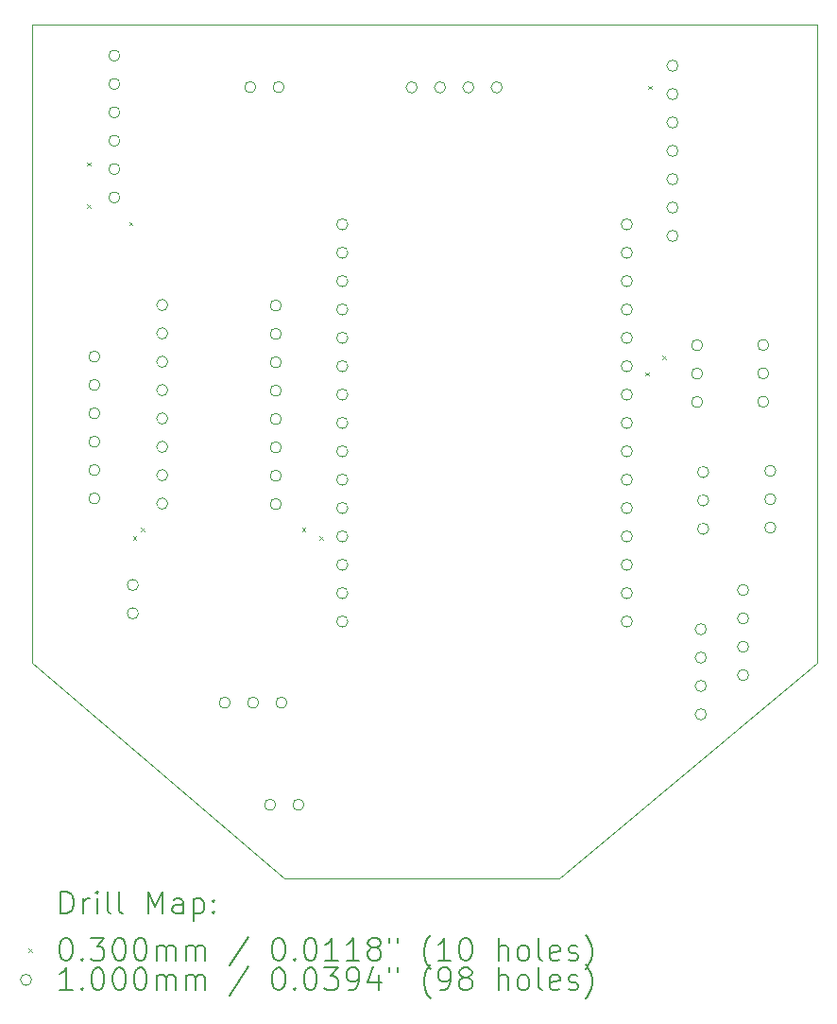
<source format=gbr>
%TF.GenerationSoftware,KiCad,Pcbnew,8.0.6*%
%TF.CreationDate,2025-01-23T10:33:56+01:00*%
%TF.ProjectId,Pcb pami 2025,50636220-7061-46d6-9920-323032352e6b,rev?*%
%TF.SameCoordinates,Original*%
%TF.FileFunction,Drillmap*%
%TF.FilePolarity,Positive*%
%FSLAX45Y45*%
G04 Gerber Fmt 4.5, Leading zero omitted, Abs format (unit mm)*
G04 Created by KiCad (PCBNEW 8.0.6) date 2025-01-23 10:33:56*
%MOMM*%
%LPD*%
G01*
G04 APERTURE LIST*
%ADD10C,0.050000*%
%ADD11C,0.200000*%
%ADD12C,0.100000*%
G04 APERTURE END LIST*
D10*
X14017000Y-8149600D02*
X11705600Y-10080000D01*
X9241800Y-10080000D01*
X6981200Y-8149600D01*
X6981200Y-2434600D01*
X14017000Y-2434600D01*
X14017000Y-8149600D01*
D11*
D12*
X7474200Y-3669000D02*
X7504200Y-3699000D01*
X7504200Y-3669000D02*
X7474200Y-3699000D01*
X7474200Y-4045200D02*
X7504200Y-4075200D01*
X7504200Y-4045200D02*
X7474200Y-4075200D01*
X7854000Y-4202000D02*
X7884000Y-4232000D01*
X7884000Y-4202000D02*
X7854000Y-4232000D01*
X7886000Y-7017000D02*
X7916000Y-7047000D01*
X7916000Y-7017000D02*
X7886000Y-7047000D01*
X7958000Y-6940800D02*
X7988000Y-6970800D01*
X7988000Y-6940800D02*
X7958000Y-6970800D01*
X9403000Y-6940800D02*
X9433000Y-6970800D01*
X9433000Y-6940800D02*
X9403000Y-6970800D01*
X9557000Y-7017000D02*
X9587000Y-7047000D01*
X9587000Y-7017000D02*
X9557000Y-7047000D01*
X12480160Y-5548160D02*
X12510160Y-5578160D01*
X12510160Y-5548160D02*
X12480160Y-5578160D01*
X12507000Y-2982000D02*
X12537000Y-3012000D01*
X12537000Y-2982000D02*
X12507000Y-3012000D01*
X12630160Y-5398160D02*
X12660160Y-5428160D01*
X12660160Y-5398160D02*
X12630160Y-5428160D01*
X7590000Y-5406400D02*
G75*
G02*
X7490000Y-5406400I-50000J0D01*
G01*
X7490000Y-5406400D02*
G75*
G02*
X7590000Y-5406400I50000J0D01*
G01*
X7590000Y-5660400D02*
G75*
G02*
X7490000Y-5660400I-50000J0D01*
G01*
X7490000Y-5660400D02*
G75*
G02*
X7590000Y-5660400I50000J0D01*
G01*
X7590000Y-5914400D02*
G75*
G02*
X7490000Y-5914400I-50000J0D01*
G01*
X7490000Y-5914400D02*
G75*
G02*
X7590000Y-5914400I50000J0D01*
G01*
X7590000Y-6168400D02*
G75*
G02*
X7490000Y-6168400I-50000J0D01*
G01*
X7490000Y-6168400D02*
G75*
G02*
X7590000Y-6168400I50000J0D01*
G01*
X7590000Y-6422400D02*
G75*
G02*
X7490000Y-6422400I-50000J0D01*
G01*
X7490000Y-6422400D02*
G75*
G02*
X7590000Y-6422400I50000J0D01*
G01*
X7590000Y-6676400D02*
G75*
G02*
X7490000Y-6676400I-50000J0D01*
G01*
X7490000Y-6676400D02*
G75*
G02*
X7590000Y-6676400I50000J0D01*
G01*
X7770000Y-2711000D02*
G75*
G02*
X7670000Y-2711000I-50000J0D01*
G01*
X7670000Y-2711000D02*
G75*
G02*
X7770000Y-2711000I50000J0D01*
G01*
X7770000Y-2965000D02*
G75*
G02*
X7670000Y-2965000I-50000J0D01*
G01*
X7670000Y-2965000D02*
G75*
G02*
X7770000Y-2965000I50000J0D01*
G01*
X7770000Y-3219000D02*
G75*
G02*
X7670000Y-3219000I-50000J0D01*
G01*
X7670000Y-3219000D02*
G75*
G02*
X7770000Y-3219000I50000J0D01*
G01*
X7770000Y-3473000D02*
G75*
G02*
X7670000Y-3473000I-50000J0D01*
G01*
X7670000Y-3473000D02*
G75*
G02*
X7770000Y-3473000I50000J0D01*
G01*
X7770000Y-3727000D02*
G75*
G02*
X7670000Y-3727000I-50000J0D01*
G01*
X7670000Y-3727000D02*
G75*
G02*
X7770000Y-3727000I50000J0D01*
G01*
X7770000Y-3981000D02*
G75*
G02*
X7670000Y-3981000I-50000J0D01*
G01*
X7670000Y-3981000D02*
G75*
G02*
X7770000Y-3981000I50000J0D01*
G01*
X7935000Y-7450500D02*
G75*
G02*
X7835000Y-7450500I-50000J0D01*
G01*
X7835000Y-7450500D02*
G75*
G02*
X7935000Y-7450500I50000J0D01*
G01*
X7935000Y-7704500D02*
G75*
G02*
X7835000Y-7704500I-50000J0D01*
G01*
X7835000Y-7704500D02*
G75*
G02*
X7935000Y-7704500I50000J0D01*
G01*
X8198600Y-4944200D02*
G75*
G02*
X8098600Y-4944200I-50000J0D01*
G01*
X8098600Y-4944200D02*
G75*
G02*
X8198600Y-4944200I50000J0D01*
G01*
X8198600Y-5198200D02*
G75*
G02*
X8098600Y-5198200I-50000J0D01*
G01*
X8098600Y-5198200D02*
G75*
G02*
X8198600Y-5198200I50000J0D01*
G01*
X8198600Y-5452200D02*
G75*
G02*
X8098600Y-5452200I-50000J0D01*
G01*
X8098600Y-5452200D02*
G75*
G02*
X8198600Y-5452200I50000J0D01*
G01*
X8198600Y-5706200D02*
G75*
G02*
X8098600Y-5706200I-50000J0D01*
G01*
X8098600Y-5706200D02*
G75*
G02*
X8198600Y-5706200I50000J0D01*
G01*
X8198600Y-5960200D02*
G75*
G02*
X8098600Y-5960200I-50000J0D01*
G01*
X8098600Y-5960200D02*
G75*
G02*
X8198600Y-5960200I50000J0D01*
G01*
X8198600Y-6214200D02*
G75*
G02*
X8098600Y-6214200I-50000J0D01*
G01*
X8098600Y-6214200D02*
G75*
G02*
X8198600Y-6214200I50000J0D01*
G01*
X8198600Y-6468200D02*
G75*
G02*
X8098600Y-6468200I-50000J0D01*
G01*
X8098600Y-6468200D02*
G75*
G02*
X8198600Y-6468200I50000J0D01*
G01*
X8198600Y-6722200D02*
G75*
G02*
X8098600Y-6722200I-50000J0D01*
G01*
X8098600Y-6722200D02*
G75*
G02*
X8198600Y-6722200I50000J0D01*
G01*
X8758400Y-8505200D02*
G75*
G02*
X8658400Y-8505200I-50000J0D01*
G01*
X8658400Y-8505200D02*
G75*
G02*
X8758400Y-8505200I50000J0D01*
G01*
X8987500Y-2993400D02*
G75*
G02*
X8887500Y-2993400I-50000J0D01*
G01*
X8887500Y-2993400D02*
G75*
G02*
X8987500Y-2993400I50000J0D01*
G01*
X9012400Y-8505200D02*
G75*
G02*
X8912400Y-8505200I-50000J0D01*
G01*
X8912400Y-8505200D02*
G75*
G02*
X9012400Y-8505200I50000J0D01*
G01*
X9164800Y-9419600D02*
G75*
G02*
X9064800Y-9419600I-50000J0D01*
G01*
X9064800Y-9419600D02*
G75*
G02*
X9164800Y-9419600I50000J0D01*
G01*
X9216600Y-4949200D02*
G75*
G02*
X9116600Y-4949200I-50000J0D01*
G01*
X9116600Y-4949200D02*
G75*
G02*
X9216600Y-4949200I50000J0D01*
G01*
X9216600Y-5203200D02*
G75*
G02*
X9116600Y-5203200I-50000J0D01*
G01*
X9116600Y-5203200D02*
G75*
G02*
X9216600Y-5203200I50000J0D01*
G01*
X9216600Y-5457200D02*
G75*
G02*
X9116600Y-5457200I-50000J0D01*
G01*
X9116600Y-5457200D02*
G75*
G02*
X9216600Y-5457200I50000J0D01*
G01*
X9216600Y-5711200D02*
G75*
G02*
X9116600Y-5711200I-50000J0D01*
G01*
X9116600Y-5711200D02*
G75*
G02*
X9216600Y-5711200I50000J0D01*
G01*
X9216600Y-5965200D02*
G75*
G02*
X9116600Y-5965200I-50000J0D01*
G01*
X9116600Y-5965200D02*
G75*
G02*
X9216600Y-5965200I50000J0D01*
G01*
X9216600Y-6219200D02*
G75*
G02*
X9116600Y-6219200I-50000J0D01*
G01*
X9116600Y-6219200D02*
G75*
G02*
X9216600Y-6219200I50000J0D01*
G01*
X9216600Y-6473200D02*
G75*
G02*
X9116600Y-6473200I-50000J0D01*
G01*
X9116600Y-6473200D02*
G75*
G02*
X9216600Y-6473200I50000J0D01*
G01*
X9216600Y-6727200D02*
G75*
G02*
X9116600Y-6727200I-50000J0D01*
G01*
X9116600Y-6727200D02*
G75*
G02*
X9216600Y-6727200I50000J0D01*
G01*
X9241500Y-2993400D02*
G75*
G02*
X9141500Y-2993400I-50000J0D01*
G01*
X9141500Y-2993400D02*
G75*
G02*
X9241500Y-2993400I50000J0D01*
G01*
X9266400Y-8505200D02*
G75*
G02*
X9166400Y-8505200I-50000J0D01*
G01*
X9166400Y-8505200D02*
G75*
G02*
X9266400Y-8505200I50000J0D01*
G01*
X9418800Y-9419600D02*
G75*
G02*
X9318800Y-9419600I-50000J0D01*
G01*
X9318800Y-9419600D02*
G75*
G02*
X9418800Y-9419600I50000J0D01*
G01*
X9812200Y-4222120D02*
G75*
G02*
X9712200Y-4222120I-50000J0D01*
G01*
X9712200Y-4222120D02*
G75*
G02*
X9812200Y-4222120I50000J0D01*
G01*
X9812200Y-4476120D02*
G75*
G02*
X9712200Y-4476120I-50000J0D01*
G01*
X9712200Y-4476120D02*
G75*
G02*
X9812200Y-4476120I50000J0D01*
G01*
X9812200Y-4730120D02*
G75*
G02*
X9712200Y-4730120I-50000J0D01*
G01*
X9712200Y-4730120D02*
G75*
G02*
X9812200Y-4730120I50000J0D01*
G01*
X9812200Y-4984120D02*
G75*
G02*
X9712200Y-4984120I-50000J0D01*
G01*
X9712200Y-4984120D02*
G75*
G02*
X9812200Y-4984120I50000J0D01*
G01*
X9812200Y-5238120D02*
G75*
G02*
X9712200Y-5238120I-50000J0D01*
G01*
X9712200Y-5238120D02*
G75*
G02*
X9812200Y-5238120I50000J0D01*
G01*
X9812200Y-5492120D02*
G75*
G02*
X9712200Y-5492120I-50000J0D01*
G01*
X9712200Y-5492120D02*
G75*
G02*
X9812200Y-5492120I50000J0D01*
G01*
X9812200Y-5746120D02*
G75*
G02*
X9712200Y-5746120I-50000J0D01*
G01*
X9712200Y-5746120D02*
G75*
G02*
X9812200Y-5746120I50000J0D01*
G01*
X9812200Y-6000120D02*
G75*
G02*
X9712200Y-6000120I-50000J0D01*
G01*
X9712200Y-6000120D02*
G75*
G02*
X9812200Y-6000120I50000J0D01*
G01*
X9812200Y-6254120D02*
G75*
G02*
X9712200Y-6254120I-50000J0D01*
G01*
X9712200Y-6254120D02*
G75*
G02*
X9812200Y-6254120I50000J0D01*
G01*
X9812200Y-6508120D02*
G75*
G02*
X9712200Y-6508120I-50000J0D01*
G01*
X9712200Y-6508120D02*
G75*
G02*
X9812200Y-6508120I50000J0D01*
G01*
X9812200Y-6762120D02*
G75*
G02*
X9712200Y-6762120I-50000J0D01*
G01*
X9712200Y-6762120D02*
G75*
G02*
X9812200Y-6762120I50000J0D01*
G01*
X9812200Y-7016120D02*
G75*
G02*
X9712200Y-7016120I-50000J0D01*
G01*
X9712200Y-7016120D02*
G75*
G02*
X9812200Y-7016120I50000J0D01*
G01*
X9812200Y-7270120D02*
G75*
G02*
X9712200Y-7270120I-50000J0D01*
G01*
X9712200Y-7270120D02*
G75*
G02*
X9812200Y-7270120I50000J0D01*
G01*
X9812200Y-7524120D02*
G75*
G02*
X9712200Y-7524120I-50000J0D01*
G01*
X9712200Y-7524120D02*
G75*
G02*
X9812200Y-7524120I50000J0D01*
G01*
X9812200Y-7778120D02*
G75*
G02*
X9712200Y-7778120I-50000J0D01*
G01*
X9712200Y-7778120D02*
G75*
G02*
X9812200Y-7778120I50000J0D01*
G01*
X10435000Y-2995000D02*
G75*
G02*
X10335000Y-2995000I-50000J0D01*
G01*
X10335000Y-2995000D02*
G75*
G02*
X10435000Y-2995000I50000J0D01*
G01*
X10689000Y-2995000D02*
G75*
G02*
X10589000Y-2995000I-50000J0D01*
G01*
X10589000Y-2995000D02*
G75*
G02*
X10689000Y-2995000I50000J0D01*
G01*
X10943000Y-2995000D02*
G75*
G02*
X10843000Y-2995000I-50000J0D01*
G01*
X10843000Y-2995000D02*
G75*
G02*
X10943000Y-2995000I50000J0D01*
G01*
X11197000Y-2995000D02*
G75*
G02*
X11097000Y-2995000I-50000J0D01*
G01*
X11097000Y-2995000D02*
G75*
G02*
X11197000Y-2995000I50000J0D01*
G01*
X12362200Y-4222120D02*
G75*
G02*
X12262200Y-4222120I-50000J0D01*
G01*
X12262200Y-4222120D02*
G75*
G02*
X12362200Y-4222120I50000J0D01*
G01*
X12362200Y-4476120D02*
G75*
G02*
X12262200Y-4476120I-50000J0D01*
G01*
X12262200Y-4476120D02*
G75*
G02*
X12362200Y-4476120I50000J0D01*
G01*
X12362200Y-4730120D02*
G75*
G02*
X12262200Y-4730120I-50000J0D01*
G01*
X12262200Y-4730120D02*
G75*
G02*
X12362200Y-4730120I50000J0D01*
G01*
X12362200Y-4984120D02*
G75*
G02*
X12262200Y-4984120I-50000J0D01*
G01*
X12262200Y-4984120D02*
G75*
G02*
X12362200Y-4984120I50000J0D01*
G01*
X12362200Y-5238120D02*
G75*
G02*
X12262200Y-5238120I-50000J0D01*
G01*
X12262200Y-5238120D02*
G75*
G02*
X12362200Y-5238120I50000J0D01*
G01*
X12362200Y-5492120D02*
G75*
G02*
X12262200Y-5492120I-50000J0D01*
G01*
X12262200Y-5492120D02*
G75*
G02*
X12362200Y-5492120I50000J0D01*
G01*
X12362200Y-5746120D02*
G75*
G02*
X12262200Y-5746120I-50000J0D01*
G01*
X12262200Y-5746120D02*
G75*
G02*
X12362200Y-5746120I50000J0D01*
G01*
X12362200Y-6000120D02*
G75*
G02*
X12262200Y-6000120I-50000J0D01*
G01*
X12262200Y-6000120D02*
G75*
G02*
X12362200Y-6000120I50000J0D01*
G01*
X12362200Y-6254120D02*
G75*
G02*
X12262200Y-6254120I-50000J0D01*
G01*
X12262200Y-6254120D02*
G75*
G02*
X12362200Y-6254120I50000J0D01*
G01*
X12362200Y-6508120D02*
G75*
G02*
X12262200Y-6508120I-50000J0D01*
G01*
X12262200Y-6508120D02*
G75*
G02*
X12362200Y-6508120I50000J0D01*
G01*
X12362200Y-6762120D02*
G75*
G02*
X12262200Y-6762120I-50000J0D01*
G01*
X12262200Y-6762120D02*
G75*
G02*
X12362200Y-6762120I50000J0D01*
G01*
X12362200Y-7016120D02*
G75*
G02*
X12262200Y-7016120I-50000J0D01*
G01*
X12262200Y-7016120D02*
G75*
G02*
X12362200Y-7016120I50000J0D01*
G01*
X12362200Y-7270120D02*
G75*
G02*
X12262200Y-7270120I-50000J0D01*
G01*
X12262200Y-7270120D02*
G75*
G02*
X12362200Y-7270120I50000J0D01*
G01*
X12362200Y-7524120D02*
G75*
G02*
X12262200Y-7524120I-50000J0D01*
G01*
X12262200Y-7524120D02*
G75*
G02*
X12362200Y-7524120I50000J0D01*
G01*
X12362200Y-7778120D02*
G75*
G02*
X12262200Y-7778120I-50000J0D01*
G01*
X12262200Y-7778120D02*
G75*
G02*
X12362200Y-7778120I50000J0D01*
G01*
X12772000Y-2801000D02*
G75*
G02*
X12672000Y-2801000I-50000J0D01*
G01*
X12672000Y-2801000D02*
G75*
G02*
X12772000Y-2801000I50000J0D01*
G01*
X12772000Y-3055000D02*
G75*
G02*
X12672000Y-3055000I-50000J0D01*
G01*
X12672000Y-3055000D02*
G75*
G02*
X12772000Y-3055000I50000J0D01*
G01*
X12772000Y-3309000D02*
G75*
G02*
X12672000Y-3309000I-50000J0D01*
G01*
X12672000Y-3309000D02*
G75*
G02*
X12772000Y-3309000I50000J0D01*
G01*
X12772000Y-3563000D02*
G75*
G02*
X12672000Y-3563000I-50000J0D01*
G01*
X12672000Y-3563000D02*
G75*
G02*
X12772000Y-3563000I50000J0D01*
G01*
X12772000Y-3817000D02*
G75*
G02*
X12672000Y-3817000I-50000J0D01*
G01*
X12672000Y-3817000D02*
G75*
G02*
X12772000Y-3817000I50000J0D01*
G01*
X12772000Y-4071000D02*
G75*
G02*
X12672000Y-4071000I-50000J0D01*
G01*
X12672000Y-4071000D02*
G75*
G02*
X12772000Y-4071000I50000J0D01*
G01*
X12772000Y-4325000D02*
G75*
G02*
X12672000Y-4325000I-50000J0D01*
G01*
X12672000Y-4325000D02*
G75*
G02*
X12772000Y-4325000I50000J0D01*
G01*
X12992000Y-5305000D02*
G75*
G02*
X12892000Y-5305000I-50000J0D01*
G01*
X12892000Y-5305000D02*
G75*
G02*
X12992000Y-5305000I50000J0D01*
G01*
X12992000Y-5559000D02*
G75*
G02*
X12892000Y-5559000I-50000J0D01*
G01*
X12892000Y-5559000D02*
G75*
G02*
X12992000Y-5559000I50000J0D01*
G01*
X12992000Y-5813000D02*
G75*
G02*
X12892000Y-5813000I-50000J0D01*
G01*
X12892000Y-5813000D02*
G75*
G02*
X12992000Y-5813000I50000J0D01*
G01*
X13026000Y-7847000D02*
G75*
G02*
X12926000Y-7847000I-50000J0D01*
G01*
X12926000Y-7847000D02*
G75*
G02*
X13026000Y-7847000I50000J0D01*
G01*
X13026000Y-8101000D02*
G75*
G02*
X12926000Y-8101000I-50000J0D01*
G01*
X12926000Y-8101000D02*
G75*
G02*
X13026000Y-8101000I50000J0D01*
G01*
X13026000Y-8355000D02*
G75*
G02*
X12926000Y-8355000I-50000J0D01*
G01*
X12926000Y-8355000D02*
G75*
G02*
X13026000Y-8355000I50000J0D01*
G01*
X13026000Y-8609000D02*
G75*
G02*
X12926000Y-8609000I-50000J0D01*
G01*
X12926000Y-8609000D02*
G75*
G02*
X13026000Y-8609000I50000J0D01*
G01*
X13047000Y-6440000D02*
G75*
G02*
X12947000Y-6440000I-50000J0D01*
G01*
X12947000Y-6440000D02*
G75*
G02*
X13047000Y-6440000I50000J0D01*
G01*
X13047000Y-6694000D02*
G75*
G02*
X12947000Y-6694000I-50000J0D01*
G01*
X12947000Y-6694000D02*
G75*
G02*
X13047000Y-6694000I50000J0D01*
G01*
X13047000Y-6948000D02*
G75*
G02*
X12947000Y-6948000I-50000J0D01*
G01*
X12947000Y-6948000D02*
G75*
G02*
X13047000Y-6948000I50000J0D01*
G01*
X13405000Y-7497000D02*
G75*
G02*
X13305000Y-7497000I-50000J0D01*
G01*
X13305000Y-7497000D02*
G75*
G02*
X13405000Y-7497000I50000J0D01*
G01*
X13405000Y-7751000D02*
G75*
G02*
X13305000Y-7751000I-50000J0D01*
G01*
X13305000Y-7751000D02*
G75*
G02*
X13405000Y-7751000I50000J0D01*
G01*
X13405000Y-8005000D02*
G75*
G02*
X13305000Y-8005000I-50000J0D01*
G01*
X13305000Y-8005000D02*
G75*
G02*
X13405000Y-8005000I50000J0D01*
G01*
X13405000Y-8259000D02*
G75*
G02*
X13305000Y-8259000I-50000J0D01*
G01*
X13305000Y-8259000D02*
G75*
G02*
X13405000Y-8259000I50000J0D01*
G01*
X13585000Y-5302000D02*
G75*
G02*
X13485000Y-5302000I-50000J0D01*
G01*
X13485000Y-5302000D02*
G75*
G02*
X13585000Y-5302000I50000J0D01*
G01*
X13585000Y-5556000D02*
G75*
G02*
X13485000Y-5556000I-50000J0D01*
G01*
X13485000Y-5556000D02*
G75*
G02*
X13585000Y-5556000I50000J0D01*
G01*
X13585000Y-5810000D02*
G75*
G02*
X13485000Y-5810000I-50000J0D01*
G01*
X13485000Y-5810000D02*
G75*
G02*
X13585000Y-5810000I50000J0D01*
G01*
X13648000Y-6429000D02*
G75*
G02*
X13548000Y-6429000I-50000J0D01*
G01*
X13548000Y-6429000D02*
G75*
G02*
X13648000Y-6429000I50000J0D01*
G01*
X13648000Y-6683000D02*
G75*
G02*
X13548000Y-6683000I-50000J0D01*
G01*
X13548000Y-6683000D02*
G75*
G02*
X13648000Y-6683000I50000J0D01*
G01*
X13648000Y-6937000D02*
G75*
G02*
X13548000Y-6937000I-50000J0D01*
G01*
X13548000Y-6937000D02*
G75*
G02*
X13648000Y-6937000I50000J0D01*
G01*
D11*
X7239477Y-10393984D02*
X7239477Y-10193984D01*
X7239477Y-10193984D02*
X7287096Y-10193984D01*
X7287096Y-10193984D02*
X7315667Y-10203508D01*
X7315667Y-10203508D02*
X7334715Y-10222555D01*
X7334715Y-10222555D02*
X7344239Y-10241603D01*
X7344239Y-10241603D02*
X7353762Y-10279698D01*
X7353762Y-10279698D02*
X7353762Y-10308270D01*
X7353762Y-10308270D02*
X7344239Y-10346365D01*
X7344239Y-10346365D02*
X7334715Y-10365412D01*
X7334715Y-10365412D02*
X7315667Y-10384460D01*
X7315667Y-10384460D02*
X7287096Y-10393984D01*
X7287096Y-10393984D02*
X7239477Y-10393984D01*
X7439477Y-10393984D02*
X7439477Y-10260650D01*
X7439477Y-10298746D02*
X7449001Y-10279698D01*
X7449001Y-10279698D02*
X7458524Y-10270174D01*
X7458524Y-10270174D02*
X7477572Y-10260650D01*
X7477572Y-10260650D02*
X7496620Y-10260650D01*
X7563286Y-10393984D02*
X7563286Y-10260650D01*
X7563286Y-10193984D02*
X7553762Y-10203508D01*
X7553762Y-10203508D02*
X7563286Y-10213031D01*
X7563286Y-10213031D02*
X7572810Y-10203508D01*
X7572810Y-10203508D02*
X7563286Y-10193984D01*
X7563286Y-10193984D02*
X7563286Y-10213031D01*
X7687096Y-10393984D02*
X7668048Y-10384460D01*
X7668048Y-10384460D02*
X7658524Y-10365412D01*
X7658524Y-10365412D02*
X7658524Y-10193984D01*
X7791858Y-10393984D02*
X7772810Y-10384460D01*
X7772810Y-10384460D02*
X7763286Y-10365412D01*
X7763286Y-10365412D02*
X7763286Y-10193984D01*
X8020429Y-10393984D02*
X8020429Y-10193984D01*
X8020429Y-10193984D02*
X8087096Y-10336841D01*
X8087096Y-10336841D02*
X8153762Y-10193984D01*
X8153762Y-10193984D02*
X8153762Y-10393984D01*
X8334715Y-10393984D02*
X8334715Y-10289222D01*
X8334715Y-10289222D02*
X8325191Y-10270174D01*
X8325191Y-10270174D02*
X8306143Y-10260650D01*
X8306143Y-10260650D02*
X8268048Y-10260650D01*
X8268048Y-10260650D02*
X8249001Y-10270174D01*
X8334715Y-10384460D02*
X8315667Y-10393984D01*
X8315667Y-10393984D02*
X8268048Y-10393984D01*
X8268048Y-10393984D02*
X8249001Y-10384460D01*
X8249001Y-10384460D02*
X8239477Y-10365412D01*
X8239477Y-10365412D02*
X8239477Y-10346365D01*
X8239477Y-10346365D02*
X8249001Y-10327317D01*
X8249001Y-10327317D02*
X8268048Y-10317793D01*
X8268048Y-10317793D02*
X8315667Y-10317793D01*
X8315667Y-10317793D02*
X8334715Y-10308270D01*
X8429953Y-10260650D02*
X8429953Y-10460650D01*
X8429953Y-10270174D02*
X8449001Y-10260650D01*
X8449001Y-10260650D02*
X8487096Y-10260650D01*
X8487096Y-10260650D02*
X8506144Y-10270174D01*
X8506144Y-10270174D02*
X8515667Y-10279698D01*
X8515667Y-10279698D02*
X8525191Y-10298746D01*
X8525191Y-10298746D02*
X8525191Y-10355889D01*
X8525191Y-10355889D02*
X8515667Y-10374936D01*
X8515667Y-10374936D02*
X8506144Y-10384460D01*
X8506144Y-10384460D02*
X8487096Y-10393984D01*
X8487096Y-10393984D02*
X8449001Y-10393984D01*
X8449001Y-10393984D02*
X8429953Y-10384460D01*
X8610905Y-10374936D02*
X8620429Y-10384460D01*
X8620429Y-10384460D02*
X8610905Y-10393984D01*
X8610905Y-10393984D02*
X8601382Y-10384460D01*
X8601382Y-10384460D02*
X8610905Y-10374936D01*
X8610905Y-10374936D02*
X8610905Y-10393984D01*
X8610905Y-10270174D02*
X8620429Y-10279698D01*
X8620429Y-10279698D02*
X8610905Y-10289222D01*
X8610905Y-10289222D02*
X8601382Y-10279698D01*
X8601382Y-10279698D02*
X8610905Y-10270174D01*
X8610905Y-10270174D02*
X8610905Y-10289222D01*
D12*
X6948700Y-10707500D02*
X6978700Y-10737500D01*
X6978700Y-10707500D02*
X6948700Y-10737500D01*
D11*
X7277572Y-10613984D02*
X7296620Y-10613984D01*
X7296620Y-10613984D02*
X7315667Y-10623508D01*
X7315667Y-10623508D02*
X7325191Y-10633031D01*
X7325191Y-10633031D02*
X7334715Y-10652079D01*
X7334715Y-10652079D02*
X7344239Y-10690174D01*
X7344239Y-10690174D02*
X7344239Y-10737793D01*
X7344239Y-10737793D02*
X7334715Y-10775889D01*
X7334715Y-10775889D02*
X7325191Y-10794936D01*
X7325191Y-10794936D02*
X7315667Y-10804460D01*
X7315667Y-10804460D02*
X7296620Y-10813984D01*
X7296620Y-10813984D02*
X7277572Y-10813984D01*
X7277572Y-10813984D02*
X7258524Y-10804460D01*
X7258524Y-10804460D02*
X7249001Y-10794936D01*
X7249001Y-10794936D02*
X7239477Y-10775889D01*
X7239477Y-10775889D02*
X7229953Y-10737793D01*
X7229953Y-10737793D02*
X7229953Y-10690174D01*
X7229953Y-10690174D02*
X7239477Y-10652079D01*
X7239477Y-10652079D02*
X7249001Y-10633031D01*
X7249001Y-10633031D02*
X7258524Y-10623508D01*
X7258524Y-10623508D02*
X7277572Y-10613984D01*
X7429953Y-10794936D02*
X7439477Y-10804460D01*
X7439477Y-10804460D02*
X7429953Y-10813984D01*
X7429953Y-10813984D02*
X7420429Y-10804460D01*
X7420429Y-10804460D02*
X7429953Y-10794936D01*
X7429953Y-10794936D02*
X7429953Y-10813984D01*
X7506143Y-10613984D02*
X7629953Y-10613984D01*
X7629953Y-10613984D02*
X7563286Y-10690174D01*
X7563286Y-10690174D02*
X7591858Y-10690174D01*
X7591858Y-10690174D02*
X7610905Y-10699698D01*
X7610905Y-10699698D02*
X7620429Y-10709222D01*
X7620429Y-10709222D02*
X7629953Y-10728270D01*
X7629953Y-10728270D02*
X7629953Y-10775889D01*
X7629953Y-10775889D02*
X7620429Y-10794936D01*
X7620429Y-10794936D02*
X7610905Y-10804460D01*
X7610905Y-10804460D02*
X7591858Y-10813984D01*
X7591858Y-10813984D02*
X7534715Y-10813984D01*
X7534715Y-10813984D02*
X7515667Y-10804460D01*
X7515667Y-10804460D02*
X7506143Y-10794936D01*
X7753762Y-10613984D02*
X7772810Y-10613984D01*
X7772810Y-10613984D02*
X7791858Y-10623508D01*
X7791858Y-10623508D02*
X7801382Y-10633031D01*
X7801382Y-10633031D02*
X7810905Y-10652079D01*
X7810905Y-10652079D02*
X7820429Y-10690174D01*
X7820429Y-10690174D02*
X7820429Y-10737793D01*
X7820429Y-10737793D02*
X7810905Y-10775889D01*
X7810905Y-10775889D02*
X7801382Y-10794936D01*
X7801382Y-10794936D02*
X7791858Y-10804460D01*
X7791858Y-10804460D02*
X7772810Y-10813984D01*
X7772810Y-10813984D02*
X7753762Y-10813984D01*
X7753762Y-10813984D02*
X7734715Y-10804460D01*
X7734715Y-10804460D02*
X7725191Y-10794936D01*
X7725191Y-10794936D02*
X7715667Y-10775889D01*
X7715667Y-10775889D02*
X7706143Y-10737793D01*
X7706143Y-10737793D02*
X7706143Y-10690174D01*
X7706143Y-10690174D02*
X7715667Y-10652079D01*
X7715667Y-10652079D02*
X7725191Y-10633031D01*
X7725191Y-10633031D02*
X7734715Y-10623508D01*
X7734715Y-10623508D02*
X7753762Y-10613984D01*
X7944239Y-10613984D02*
X7963286Y-10613984D01*
X7963286Y-10613984D02*
X7982334Y-10623508D01*
X7982334Y-10623508D02*
X7991858Y-10633031D01*
X7991858Y-10633031D02*
X8001382Y-10652079D01*
X8001382Y-10652079D02*
X8010905Y-10690174D01*
X8010905Y-10690174D02*
X8010905Y-10737793D01*
X8010905Y-10737793D02*
X8001382Y-10775889D01*
X8001382Y-10775889D02*
X7991858Y-10794936D01*
X7991858Y-10794936D02*
X7982334Y-10804460D01*
X7982334Y-10804460D02*
X7963286Y-10813984D01*
X7963286Y-10813984D02*
X7944239Y-10813984D01*
X7944239Y-10813984D02*
X7925191Y-10804460D01*
X7925191Y-10804460D02*
X7915667Y-10794936D01*
X7915667Y-10794936D02*
X7906143Y-10775889D01*
X7906143Y-10775889D02*
X7896620Y-10737793D01*
X7896620Y-10737793D02*
X7896620Y-10690174D01*
X7896620Y-10690174D02*
X7906143Y-10652079D01*
X7906143Y-10652079D02*
X7915667Y-10633031D01*
X7915667Y-10633031D02*
X7925191Y-10623508D01*
X7925191Y-10623508D02*
X7944239Y-10613984D01*
X8096620Y-10813984D02*
X8096620Y-10680650D01*
X8096620Y-10699698D02*
X8106143Y-10690174D01*
X8106143Y-10690174D02*
X8125191Y-10680650D01*
X8125191Y-10680650D02*
X8153763Y-10680650D01*
X8153763Y-10680650D02*
X8172810Y-10690174D01*
X8172810Y-10690174D02*
X8182334Y-10709222D01*
X8182334Y-10709222D02*
X8182334Y-10813984D01*
X8182334Y-10709222D02*
X8191858Y-10690174D01*
X8191858Y-10690174D02*
X8210905Y-10680650D01*
X8210905Y-10680650D02*
X8239477Y-10680650D01*
X8239477Y-10680650D02*
X8258524Y-10690174D01*
X8258524Y-10690174D02*
X8268048Y-10709222D01*
X8268048Y-10709222D02*
X8268048Y-10813984D01*
X8363286Y-10813984D02*
X8363286Y-10680650D01*
X8363286Y-10699698D02*
X8372810Y-10690174D01*
X8372810Y-10690174D02*
X8391858Y-10680650D01*
X8391858Y-10680650D02*
X8420429Y-10680650D01*
X8420429Y-10680650D02*
X8439477Y-10690174D01*
X8439477Y-10690174D02*
X8449001Y-10709222D01*
X8449001Y-10709222D02*
X8449001Y-10813984D01*
X8449001Y-10709222D02*
X8458525Y-10690174D01*
X8458525Y-10690174D02*
X8477572Y-10680650D01*
X8477572Y-10680650D02*
X8506144Y-10680650D01*
X8506144Y-10680650D02*
X8525191Y-10690174D01*
X8525191Y-10690174D02*
X8534715Y-10709222D01*
X8534715Y-10709222D02*
X8534715Y-10813984D01*
X8925191Y-10604460D02*
X8753763Y-10861603D01*
X9182334Y-10613984D02*
X9201382Y-10613984D01*
X9201382Y-10613984D02*
X9220429Y-10623508D01*
X9220429Y-10623508D02*
X9229953Y-10633031D01*
X9229953Y-10633031D02*
X9239477Y-10652079D01*
X9239477Y-10652079D02*
X9249001Y-10690174D01*
X9249001Y-10690174D02*
X9249001Y-10737793D01*
X9249001Y-10737793D02*
X9239477Y-10775889D01*
X9239477Y-10775889D02*
X9229953Y-10794936D01*
X9229953Y-10794936D02*
X9220429Y-10804460D01*
X9220429Y-10804460D02*
X9201382Y-10813984D01*
X9201382Y-10813984D02*
X9182334Y-10813984D01*
X9182334Y-10813984D02*
X9163287Y-10804460D01*
X9163287Y-10804460D02*
X9153763Y-10794936D01*
X9153763Y-10794936D02*
X9144239Y-10775889D01*
X9144239Y-10775889D02*
X9134715Y-10737793D01*
X9134715Y-10737793D02*
X9134715Y-10690174D01*
X9134715Y-10690174D02*
X9144239Y-10652079D01*
X9144239Y-10652079D02*
X9153763Y-10633031D01*
X9153763Y-10633031D02*
X9163287Y-10623508D01*
X9163287Y-10623508D02*
X9182334Y-10613984D01*
X9334715Y-10794936D02*
X9344239Y-10804460D01*
X9344239Y-10804460D02*
X9334715Y-10813984D01*
X9334715Y-10813984D02*
X9325191Y-10804460D01*
X9325191Y-10804460D02*
X9334715Y-10794936D01*
X9334715Y-10794936D02*
X9334715Y-10813984D01*
X9468048Y-10613984D02*
X9487096Y-10613984D01*
X9487096Y-10613984D02*
X9506144Y-10623508D01*
X9506144Y-10623508D02*
X9515668Y-10633031D01*
X9515668Y-10633031D02*
X9525191Y-10652079D01*
X9525191Y-10652079D02*
X9534715Y-10690174D01*
X9534715Y-10690174D02*
X9534715Y-10737793D01*
X9534715Y-10737793D02*
X9525191Y-10775889D01*
X9525191Y-10775889D02*
X9515668Y-10794936D01*
X9515668Y-10794936D02*
X9506144Y-10804460D01*
X9506144Y-10804460D02*
X9487096Y-10813984D01*
X9487096Y-10813984D02*
X9468048Y-10813984D01*
X9468048Y-10813984D02*
X9449001Y-10804460D01*
X9449001Y-10804460D02*
X9439477Y-10794936D01*
X9439477Y-10794936D02*
X9429953Y-10775889D01*
X9429953Y-10775889D02*
X9420429Y-10737793D01*
X9420429Y-10737793D02*
X9420429Y-10690174D01*
X9420429Y-10690174D02*
X9429953Y-10652079D01*
X9429953Y-10652079D02*
X9439477Y-10633031D01*
X9439477Y-10633031D02*
X9449001Y-10623508D01*
X9449001Y-10623508D02*
X9468048Y-10613984D01*
X9725191Y-10813984D02*
X9610906Y-10813984D01*
X9668048Y-10813984D02*
X9668048Y-10613984D01*
X9668048Y-10613984D02*
X9649001Y-10642555D01*
X9649001Y-10642555D02*
X9629953Y-10661603D01*
X9629953Y-10661603D02*
X9610906Y-10671127D01*
X9915668Y-10813984D02*
X9801382Y-10813984D01*
X9858525Y-10813984D02*
X9858525Y-10613984D01*
X9858525Y-10613984D02*
X9839477Y-10642555D01*
X9839477Y-10642555D02*
X9820429Y-10661603D01*
X9820429Y-10661603D02*
X9801382Y-10671127D01*
X10029953Y-10699698D02*
X10010906Y-10690174D01*
X10010906Y-10690174D02*
X10001382Y-10680650D01*
X10001382Y-10680650D02*
X9991858Y-10661603D01*
X9991858Y-10661603D02*
X9991858Y-10652079D01*
X9991858Y-10652079D02*
X10001382Y-10633031D01*
X10001382Y-10633031D02*
X10010906Y-10623508D01*
X10010906Y-10623508D02*
X10029953Y-10613984D01*
X10029953Y-10613984D02*
X10068049Y-10613984D01*
X10068049Y-10613984D02*
X10087096Y-10623508D01*
X10087096Y-10623508D02*
X10096620Y-10633031D01*
X10096620Y-10633031D02*
X10106144Y-10652079D01*
X10106144Y-10652079D02*
X10106144Y-10661603D01*
X10106144Y-10661603D02*
X10096620Y-10680650D01*
X10096620Y-10680650D02*
X10087096Y-10690174D01*
X10087096Y-10690174D02*
X10068049Y-10699698D01*
X10068049Y-10699698D02*
X10029953Y-10699698D01*
X10029953Y-10699698D02*
X10010906Y-10709222D01*
X10010906Y-10709222D02*
X10001382Y-10718746D01*
X10001382Y-10718746D02*
X9991858Y-10737793D01*
X9991858Y-10737793D02*
X9991858Y-10775889D01*
X9991858Y-10775889D02*
X10001382Y-10794936D01*
X10001382Y-10794936D02*
X10010906Y-10804460D01*
X10010906Y-10804460D02*
X10029953Y-10813984D01*
X10029953Y-10813984D02*
X10068049Y-10813984D01*
X10068049Y-10813984D02*
X10087096Y-10804460D01*
X10087096Y-10804460D02*
X10096620Y-10794936D01*
X10096620Y-10794936D02*
X10106144Y-10775889D01*
X10106144Y-10775889D02*
X10106144Y-10737793D01*
X10106144Y-10737793D02*
X10096620Y-10718746D01*
X10096620Y-10718746D02*
X10087096Y-10709222D01*
X10087096Y-10709222D02*
X10068049Y-10699698D01*
X10182334Y-10613984D02*
X10182334Y-10652079D01*
X10258525Y-10613984D02*
X10258525Y-10652079D01*
X10553763Y-10890174D02*
X10544239Y-10880650D01*
X10544239Y-10880650D02*
X10525191Y-10852079D01*
X10525191Y-10852079D02*
X10515668Y-10833031D01*
X10515668Y-10833031D02*
X10506144Y-10804460D01*
X10506144Y-10804460D02*
X10496620Y-10756841D01*
X10496620Y-10756841D02*
X10496620Y-10718746D01*
X10496620Y-10718746D02*
X10506144Y-10671127D01*
X10506144Y-10671127D02*
X10515668Y-10642555D01*
X10515668Y-10642555D02*
X10525191Y-10623508D01*
X10525191Y-10623508D02*
X10544239Y-10594936D01*
X10544239Y-10594936D02*
X10553763Y-10585412D01*
X10734715Y-10813984D02*
X10620430Y-10813984D01*
X10677572Y-10813984D02*
X10677572Y-10613984D01*
X10677572Y-10613984D02*
X10658525Y-10642555D01*
X10658525Y-10642555D02*
X10639477Y-10661603D01*
X10639477Y-10661603D02*
X10620430Y-10671127D01*
X10858525Y-10613984D02*
X10877572Y-10613984D01*
X10877572Y-10613984D02*
X10896620Y-10623508D01*
X10896620Y-10623508D02*
X10906144Y-10633031D01*
X10906144Y-10633031D02*
X10915668Y-10652079D01*
X10915668Y-10652079D02*
X10925191Y-10690174D01*
X10925191Y-10690174D02*
X10925191Y-10737793D01*
X10925191Y-10737793D02*
X10915668Y-10775889D01*
X10915668Y-10775889D02*
X10906144Y-10794936D01*
X10906144Y-10794936D02*
X10896620Y-10804460D01*
X10896620Y-10804460D02*
X10877572Y-10813984D01*
X10877572Y-10813984D02*
X10858525Y-10813984D01*
X10858525Y-10813984D02*
X10839477Y-10804460D01*
X10839477Y-10804460D02*
X10829953Y-10794936D01*
X10829953Y-10794936D02*
X10820430Y-10775889D01*
X10820430Y-10775889D02*
X10810906Y-10737793D01*
X10810906Y-10737793D02*
X10810906Y-10690174D01*
X10810906Y-10690174D02*
X10820430Y-10652079D01*
X10820430Y-10652079D02*
X10829953Y-10633031D01*
X10829953Y-10633031D02*
X10839477Y-10623508D01*
X10839477Y-10623508D02*
X10858525Y-10613984D01*
X11163287Y-10813984D02*
X11163287Y-10613984D01*
X11249001Y-10813984D02*
X11249001Y-10709222D01*
X11249001Y-10709222D02*
X11239477Y-10690174D01*
X11239477Y-10690174D02*
X11220430Y-10680650D01*
X11220430Y-10680650D02*
X11191858Y-10680650D01*
X11191858Y-10680650D02*
X11172811Y-10690174D01*
X11172811Y-10690174D02*
X11163287Y-10699698D01*
X11372810Y-10813984D02*
X11353763Y-10804460D01*
X11353763Y-10804460D02*
X11344239Y-10794936D01*
X11344239Y-10794936D02*
X11334715Y-10775889D01*
X11334715Y-10775889D02*
X11334715Y-10718746D01*
X11334715Y-10718746D02*
X11344239Y-10699698D01*
X11344239Y-10699698D02*
X11353763Y-10690174D01*
X11353763Y-10690174D02*
X11372810Y-10680650D01*
X11372810Y-10680650D02*
X11401382Y-10680650D01*
X11401382Y-10680650D02*
X11420430Y-10690174D01*
X11420430Y-10690174D02*
X11429953Y-10699698D01*
X11429953Y-10699698D02*
X11439477Y-10718746D01*
X11439477Y-10718746D02*
X11439477Y-10775889D01*
X11439477Y-10775889D02*
X11429953Y-10794936D01*
X11429953Y-10794936D02*
X11420430Y-10804460D01*
X11420430Y-10804460D02*
X11401382Y-10813984D01*
X11401382Y-10813984D02*
X11372810Y-10813984D01*
X11553763Y-10813984D02*
X11534715Y-10804460D01*
X11534715Y-10804460D02*
X11525191Y-10785412D01*
X11525191Y-10785412D02*
X11525191Y-10613984D01*
X11706144Y-10804460D02*
X11687096Y-10813984D01*
X11687096Y-10813984D02*
X11649001Y-10813984D01*
X11649001Y-10813984D02*
X11629953Y-10804460D01*
X11629953Y-10804460D02*
X11620430Y-10785412D01*
X11620430Y-10785412D02*
X11620430Y-10709222D01*
X11620430Y-10709222D02*
X11629953Y-10690174D01*
X11629953Y-10690174D02*
X11649001Y-10680650D01*
X11649001Y-10680650D02*
X11687096Y-10680650D01*
X11687096Y-10680650D02*
X11706144Y-10690174D01*
X11706144Y-10690174D02*
X11715668Y-10709222D01*
X11715668Y-10709222D02*
X11715668Y-10728270D01*
X11715668Y-10728270D02*
X11620430Y-10747317D01*
X11791858Y-10804460D02*
X11810906Y-10813984D01*
X11810906Y-10813984D02*
X11849001Y-10813984D01*
X11849001Y-10813984D02*
X11868049Y-10804460D01*
X11868049Y-10804460D02*
X11877572Y-10785412D01*
X11877572Y-10785412D02*
X11877572Y-10775889D01*
X11877572Y-10775889D02*
X11868049Y-10756841D01*
X11868049Y-10756841D02*
X11849001Y-10747317D01*
X11849001Y-10747317D02*
X11820430Y-10747317D01*
X11820430Y-10747317D02*
X11801382Y-10737793D01*
X11801382Y-10737793D02*
X11791858Y-10718746D01*
X11791858Y-10718746D02*
X11791858Y-10709222D01*
X11791858Y-10709222D02*
X11801382Y-10690174D01*
X11801382Y-10690174D02*
X11820430Y-10680650D01*
X11820430Y-10680650D02*
X11849001Y-10680650D01*
X11849001Y-10680650D02*
X11868049Y-10690174D01*
X11944239Y-10890174D02*
X11953763Y-10880650D01*
X11953763Y-10880650D02*
X11972811Y-10852079D01*
X11972811Y-10852079D02*
X11982334Y-10833031D01*
X11982334Y-10833031D02*
X11991858Y-10804460D01*
X11991858Y-10804460D02*
X12001382Y-10756841D01*
X12001382Y-10756841D02*
X12001382Y-10718746D01*
X12001382Y-10718746D02*
X11991858Y-10671127D01*
X11991858Y-10671127D02*
X11982334Y-10642555D01*
X11982334Y-10642555D02*
X11972811Y-10623508D01*
X11972811Y-10623508D02*
X11953763Y-10594936D01*
X11953763Y-10594936D02*
X11944239Y-10585412D01*
D12*
X6978700Y-10986500D02*
G75*
G02*
X6878700Y-10986500I-50000J0D01*
G01*
X6878700Y-10986500D02*
G75*
G02*
X6978700Y-10986500I50000J0D01*
G01*
D11*
X7344239Y-11077984D02*
X7229953Y-11077984D01*
X7287096Y-11077984D02*
X7287096Y-10877984D01*
X7287096Y-10877984D02*
X7268048Y-10906555D01*
X7268048Y-10906555D02*
X7249001Y-10925603D01*
X7249001Y-10925603D02*
X7229953Y-10935127D01*
X7429953Y-11058936D02*
X7439477Y-11068460D01*
X7439477Y-11068460D02*
X7429953Y-11077984D01*
X7429953Y-11077984D02*
X7420429Y-11068460D01*
X7420429Y-11068460D02*
X7429953Y-11058936D01*
X7429953Y-11058936D02*
X7429953Y-11077984D01*
X7563286Y-10877984D02*
X7582334Y-10877984D01*
X7582334Y-10877984D02*
X7601382Y-10887508D01*
X7601382Y-10887508D02*
X7610905Y-10897031D01*
X7610905Y-10897031D02*
X7620429Y-10916079D01*
X7620429Y-10916079D02*
X7629953Y-10954174D01*
X7629953Y-10954174D02*
X7629953Y-11001793D01*
X7629953Y-11001793D02*
X7620429Y-11039889D01*
X7620429Y-11039889D02*
X7610905Y-11058936D01*
X7610905Y-11058936D02*
X7601382Y-11068460D01*
X7601382Y-11068460D02*
X7582334Y-11077984D01*
X7582334Y-11077984D02*
X7563286Y-11077984D01*
X7563286Y-11077984D02*
X7544239Y-11068460D01*
X7544239Y-11068460D02*
X7534715Y-11058936D01*
X7534715Y-11058936D02*
X7525191Y-11039889D01*
X7525191Y-11039889D02*
X7515667Y-11001793D01*
X7515667Y-11001793D02*
X7515667Y-10954174D01*
X7515667Y-10954174D02*
X7525191Y-10916079D01*
X7525191Y-10916079D02*
X7534715Y-10897031D01*
X7534715Y-10897031D02*
X7544239Y-10887508D01*
X7544239Y-10887508D02*
X7563286Y-10877984D01*
X7753762Y-10877984D02*
X7772810Y-10877984D01*
X7772810Y-10877984D02*
X7791858Y-10887508D01*
X7791858Y-10887508D02*
X7801382Y-10897031D01*
X7801382Y-10897031D02*
X7810905Y-10916079D01*
X7810905Y-10916079D02*
X7820429Y-10954174D01*
X7820429Y-10954174D02*
X7820429Y-11001793D01*
X7820429Y-11001793D02*
X7810905Y-11039889D01*
X7810905Y-11039889D02*
X7801382Y-11058936D01*
X7801382Y-11058936D02*
X7791858Y-11068460D01*
X7791858Y-11068460D02*
X7772810Y-11077984D01*
X7772810Y-11077984D02*
X7753762Y-11077984D01*
X7753762Y-11077984D02*
X7734715Y-11068460D01*
X7734715Y-11068460D02*
X7725191Y-11058936D01*
X7725191Y-11058936D02*
X7715667Y-11039889D01*
X7715667Y-11039889D02*
X7706143Y-11001793D01*
X7706143Y-11001793D02*
X7706143Y-10954174D01*
X7706143Y-10954174D02*
X7715667Y-10916079D01*
X7715667Y-10916079D02*
X7725191Y-10897031D01*
X7725191Y-10897031D02*
X7734715Y-10887508D01*
X7734715Y-10887508D02*
X7753762Y-10877984D01*
X7944239Y-10877984D02*
X7963286Y-10877984D01*
X7963286Y-10877984D02*
X7982334Y-10887508D01*
X7982334Y-10887508D02*
X7991858Y-10897031D01*
X7991858Y-10897031D02*
X8001382Y-10916079D01*
X8001382Y-10916079D02*
X8010905Y-10954174D01*
X8010905Y-10954174D02*
X8010905Y-11001793D01*
X8010905Y-11001793D02*
X8001382Y-11039889D01*
X8001382Y-11039889D02*
X7991858Y-11058936D01*
X7991858Y-11058936D02*
X7982334Y-11068460D01*
X7982334Y-11068460D02*
X7963286Y-11077984D01*
X7963286Y-11077984D02*
X7944239Y-11077984D01*
X7944239Y-11077984D02*
X7925191Y-11068460D01*
X7925191Y-11068460D02*
X7915667Y-11058936D01*
X7915667Y-11058936D02*
X7906143Y-11039889D01*
X7906143Y-11039889D02*
X7896620Y-11001793D01*
X7896620Y-11001793D02*
X7896620Y-10954174D01*
X7896620Y-10954174D02*
X7906143Y-10916079D01*
X7906143Y-10916079D02*
X7915667Y-10897031D01*
X7915667Y-10897031D02*
X7925191Y-10887508D01*
X7925191Y-10887508D02*
X7944239Y-10877984D01*
X8096620Y-11077984D02*
X8096620Y-10944650D01*
X8096620Y-10963698D02*
X8106143Y-10954174D01*
X8106143Y-10954174D02*
X8125191Y-10944650D01*
X8125191Y-10944650D02*
X8153763Y-10944650D01*
X8153763Y-10944650D02*
X8172810Y-10954174D01*
X8172810Y-10954174D02*
X8182334Y-10973222D01*
X8182334Y-10973222D02*
X8182334Y-11077984D01*
X8182334Y-10973222D02*
X8191858Y-10954174D01*
X8191858Y-10954174D02*
X8210905Y-10944650D01*
X8210905Y-10944650D02*
X8239477Y-10944650D01*
X8239477Y-10944650D02*
X8258524Y-10954174D01*
X8258524Y-10954174D02*
X8268048Y-10973222D01*
X8268048Y-10973222D02*
X8268048Y-11077984D01*
X8363286Y-11077984D02*
X8363286Y-10944650D01*
X8363286Y-10963698D02*
X8372810Y-10954174D01*
X8372810Y-10954174D02*
X8391858Y-10944650D01*
X8391858Y-10944650D02*
X8420429Y-10944650D01*
X8420429Y-10944650D02*
X8439477Y-10954174D01*
X8439477Y-10954174D02*
X8449001Y-10973222D01*
X8449001Y-10973222D02*
X8449001Y-11077984D01*
X8449001Y-10973222D02*
X8458525Y-10954174D01*
X8458525Y-10954174D02*
X8477572Y-10944650D01*
X8477572Y-10944650D02*
X8506144Y-10944650D01*
X8506144Y-10944650D02*
X8525191Y-10954174D01*
X8525191Y-10954174D02*
X8534715Y-10973222D01*
X8534715Y-10973222D02*
X8534715Y-11077984D01*
X8925191Y-10868460D02*
X8753763Y-11125603D01*
X9182334Y-10877984D02*
X9201382Y-10877984D01*
X9201382Y-10877984D02*
X9220429Y-10887508D01*
X9220429Y-10887508D02*
X9229953Y-10897031D01*
X9229953Y-10897031D02*
X9239477Y-10916079D01*
X9239477Y-10916079D02*
X9249001Y-10954174D01*
X9249001Y-10954174D02*
X9249001Y-11001793D01*
X9249001Y-11001793D02*
X9239477Y-11039889D01*
X9239477Y-11039889D02*
X9229953Y-11058936D01*
X9229953Y-11058936D02*
X9220429Y-11068460D01*
X9220429Y-11068460D02*
X9201382Y-11077984D01*
X9201382Y-11077984D02*
X9182334Y-11077984D01*
X9182334Y-11077984D02*
X9163287Y-11068460D01*
X9163287Y-11068460D02*
X9153763Y-11058936D01*
X9153763Y-11058936D02*
X9144239Y-11039889D01*
X9144239Y-11039889D02*
X9134715Y-11001793D01*
X9134715Y-11001793D02*
X9134715Y-10954174D01*
X9134715Y-10954174D02*
X9144239Y-10916079D01*
X9144239Y-10916079D02*
X9153763Y-10897031D01*
X9153763Y-10897031D02*
X9163287Y-10887508D01*
X9163287Y-10887508D02*
X9182334Y-10877984D01*
X9334715Y-11058936D02*
X9344239Y-11068460D01*
X9344239Y-11068460D02*
X9334715Y-11077984D01*
X9334715Y-11077984D02*
X9325191Y-11068460D01*
X9325191Y-11068460D02*
X9334715Y-11058936D01*
X9334715Y-11058936D02*
X9334715Y-11077984D01*
X9468048Y-10877984D02*
X9487096Y-10877984D01*
X9487096Y-10877984D02*
X9506144Y-10887508D01*
X9506144Y-10887508D02*
X9515668Y-10897031D01*
X9515668Y-10897031D02*
X9525191Y-10916079D01*
X9525191Y-10916079D02*
X9534715Y-10954174D01*
X9534715Y-10954174D02*
X9534715Y-11001793D01*
X9534715Y-11001793D02*
X9525191Y-11039889D01*
X9525191Y-11039889D02*
X9515668Y-11058936D01*
X9515668Y-11058936D02*
X9506144Y-11068460D01*
X9506144Y-11068460D02*
X9487096Y-11077984D01*
X9487096Y-11077984D02*
X9468048Y-11077984D01*
X9468048Y-11077984D02*
X9449001Y-11068460D01*
X9449001Y-11068460D02*
X9439477Y-11058936D01*
X9439477Y-11058936D02*
X9429953Y-11039889D01*
X9429953Y-11039889D02*
X9420429Y-11001793D01*
X9420429Y-11001793D02*
X9420429Y-10954174D01*
X9420429Y-10954174D02*
X9429953Y-10916079D01*
X9429953Y-10916079D02*
X9439477Y-10897031D01*
X9439477Y-10897031D02*
X9449001Y-10887508D01*
X9449001Y-10887508D02*
X9468048Y-10877984D01*
X9601382Y-10877984D02*
X9725191Y-10877984D01*
X9725191Y-10877984D02*
X9658525Y-10954174D01*
X9658525Y-10954174D02*
X9687096Y-10954174D01*
X9687096Y-10954174D02*
X9706144Y-10963698D01*
X9706144Y-10963698D02*
X9715668Y-10973222D01*
X9715668Y-10973222D02*
X9725191Y-10992270D01*
X9725191Y-10992270D02*
X9725191Y-11039889D01*
X9725191Y-11039889D02*
X9715668Y-11058936D01*
X9715668Y-11058936D02*
X9706144Y-11068460D01*
X9706144Y-11068460D02*
X9687096Y-11077984D01*
X9687096Y-11077984D02*
X9629953Y-11077984D01*
X9629953Y-11077984D02*
X9610906Y-11068460D01*
X9610906Y-11068460D02*
X9601382Y-11058936D01*
X9820429Y-11077984D02*
X9858525Y-11077984D01*
X9858525Y-11077984D02*
X9877572Y-11068460D01*
X9877572Y-11068460D02*
X9887096Y-11058936D01*
X9887096Y-11058936D02*
X9906144Y-11030365D01*
X9906144Y-11030365D02*
X9915668Y-10992270D01*
X9915668Y-10992270D02*
X9915668Y-10916079D01*
X9915668Y-10916079D02*
X9906144Y-10897031D01*
X9906144Y-10897031D02*
X9896620Y-10887508D01*
X9896620Y-10887508D02*
X9877572Y-10877984D01*
X9877572Y-10877984D02*
X9839477Y-10877984D01*
X9839477Y-10877984D02*
X9820429Y-10887508D01*
X9820429Y-10887508D02*
X9810906Y-10897031D01*
X9810906Y-10897031D02*
X9801382Y-10916079D01*
X9801382Y-10916079D02*
X9801382Y-10963698D01*
X9801382Y-10963698D02*
X9810906Y-10982746D01*
X9810906Y-10982746D02*
X9820429Y-10992270D01*
X9820429Y-10992270D02*
X9839477Y-11001793D01*
X9839477Y-11001793D02*
X9877572Y-11001793D01*
X9877572Y-11001793D02*
X9896620Y-10992270D01*
X9896620Y-10992270D02*
X9906144Y-10982746D01*
X9906144Y-10982746D02*
X9915668Y-10963698D01*
X10087096Y-10944650D02*
X10087096Y-11077984D01*
X10039477Y-10868460D02*
X9991858Y-11011317D01*
X9991858Y-11011317D02*
X10115668Y-11011317D01*
X10182334Y-10877984D02*
X10182334Y-10916079D01*
X10258525Y-10877984D02*
X10258525Y-10916079D01*
X10553763Y-11154174D02*
X10544239Y-11144650D01*
X10544239Y-11144650D02*
X10525191Y-11116079D01*
X10525191Y-11116079D02*
X10515668Y-11097031D01*
X10515668Y-11097031D02*
X10506144Y-11068460D01*
X10506144Y-11068460D02*
X10496620Y-11020841D01*
X10496620Y-11020841D02*
X10496620Y-10982746D01*
X10496620Y-10982746D02*
X10506144Y-10935127D01*
X10506144Y-10935127D02*
X10515668Y-10906555D01*
X10515668Y-10906555D02*
X10525191Y-10887508D01*
X10525191Y-10887508D02*
X10544239Y-10858936D01*
X10544239Y-10858936D02*
X10553763Y-10849412D01*
X10639477Y-11077984D02*
X10677572Y-11077984D01*
X10677572Y-11077984D02*
X10696620Y-11068460D01*
X10696620Y-11068460D02*
X10706144Y-11058936D01*
X10706144Y-11058936D02*
X10725191Y-11030365D01*
X10725191Y-11030365D02*
X10734715Y-10992270D01*
X10734715Y-10992270D02*
X10734715Y-10916079D01*
X10734715Y-10916079D02*
X10725191Y-10897031D01*
X10725191Y-10897031D02*
X10715668Y-10887508D01*
X10715668Y-10887508D02*
X10696620Y-10877984D01*
X10696620Y-10877984D02*
X10658525Y-10877984D01*
X10658525Y-10877984D02*
X10639477Y-10887508D01*
X10639477Y-10887508D02*
X10629953Y-10897031D01*
X10629953Y-10897031D02*
X10620430Y-10916079D01*
X10620430Y-10916079D02*
X10620430Y-10963698D01*
X10620430Y-10963698D02*
X10629953Y-10982746D01*
X10629953Y-10982746D02*
X10639477Y-10992270D01*
X10639477Y-10992270D02*
X10658525Y-11001793D01*
X10658525Y-11001793D02*
X10696620Y-11001793D01*
X10696620Y-11001793D02*
X10715668Y-10992270D01*
X10715668Y-10992270D02*
X10725191Y-10982746D01*
X10725191Y-10982746D02*
X10734715Y-10963698D01*
X10849001Y-10963698D02*
X10829953Y-10954174D01*
X10829953Y-10954174D02*
X10820430Y-10944650D01*
X10820430Y-10944650D02*
X10810906Y-10925603D01*
X10810906Y-10925603D02*
X10810906Y-10916079D01*
X10810906Y-10916079D02*
X10820430Y-10897031D01*
X10820430Y-10897031D02*
X10829953Y-10887508D01*
X10829953Y-10887508D02*
X10849001Y-10877984D01*
X10849001Y-10877984D02*
X10887096Y-10877984D01*
X10887096Y-10877984D02*
X10906144Y-10887508D01*
X10906144Y-10887508D02*
X10915668Y-10897031D01*
X10915668Y-10897031D02*
X10925191Y-10916079D01*
X10925191Y-10916079D02*
X10925191Y-10925603D01*
X10925191Y-10925603D02*
X10915668Y-10944650D01*
X10915668Y-10944650D02*
X10906144Y-10954174D01*
X10906144Y-10954174D02*
X10887096Y-10963698D01*
X10887096Y-10963698D02*
X10849001Y-10963698D01*
X10849001Y-10963698D02*
X10829953Y-10973222D01*
X10829953Y-10973222D02*
X10820430Y-10982746D01*
X10820430Y-10982746D02*
X10810906Y-11001793D01*
X10810906Y-11001793D02*
X10810906Y-11039889D01*
X10810906Y-11039889D02*
X10820430Y-11058936D01*
X10820430Y-11058936D02*
X10829953Y-11068460D01*
X10829953Y-11068460D02*
X10849001Y-11077984D01*
X10849001Y-11077984D02*
X10887096Y-11077984D01*
X10887096Y-11077984D02*
X10906144Y-11068460D01*
X10906144Y-11068460D02*
X10915668Y-11058936D01*
X10915668Y-11058936D02*
X10925191Y-11039889D01*
X10925191Y-11039889D02*
X10925191Y-11001793D01*
X10925191Y-11001793D02*
X10915668Y-10982746D01*
X10915668Y-10982746D02*
X10906144Y-10973222D01*
X10906144Y-10973222D02*
X10887096Y-10963698D01*
X11163287Y-11077984D02*
X11163287Y-10877984D01*
X11249001Y-11077984D02*
X11249001Y-10973222D01*
X11249001Y-10973222D02*
X11239477Y-10954174D01*
X11239477Y-10954174D02*
X11220430Y-10944650D01*
X11220430Y-10944650D02*
X11191858Y-10944650D01*
X11191858Y-10944650D02*
X11172811Y-10954174D01*
X11172811Y-10954174D02*
X11163287Y-10963698D01*
X11372810Y-11077984D02*
X11353763Y-11068460D01*
X11353763Y-11068460D02*
X11344239Y-11058936D01*
X11344239Y-11058936D02*
X11334715Y-11039889D01*
X11334715Y-11039889D02*
X11334715Y-10982746D01*
X11334715Y-10982746D02*
X11344239Y-10963698D01*
X11344239Y-10963698D02*
X11353763Y-10954174D01*
X11353763Y-10954174D02*
X11372810Y-10944650D01*
X11372810Y-10944650D02*
X11401382Y-10944650D01*
X11401382Y-10944650D02*
X11420430Y-10954174D01*
X11420430Y-10954174D02*
X11429953Y-10963698D01*
X11429953Y-10963698D02*
X11439477Y-10982746D01*
X11439477Y-10982746D02*
X11439477Y-11039889D01*
X11439477Y-11039889D02*
X11429953Y-11058936D01*
X11429953Y-11058936D02*
X11420430Y-11068460D01*
X11420430Y-11068460D02*
X11401382Y-11077984D01*
X11401382Y-11077984D02*
X11372810Y-11077984D01*
X11553763Y-11077984D02*
X11534715Y-11068460D01*
X11534715Y-11068460D02*
X11525191Y-11049412D01*
X11525191Y-11049412D02*
X11525191Y-10877984D01*
X11706144Y-11068460D02*
X11687096Y-11077984D01*
X11687096Y-11077984D02*
X11649001Y-11077984D01*
X11649001Y-11077984D02*
X11629953Y-11068460D01*
X11629953Y-11068460D02*
X11620430Y-11049412D01*
X11620430Y-11049412D02*
X11620430Y-10973222D01*
X11620430Y-10973222D02*
X11629953Y-10954174D01*
X11629953Y-10954174D02*
X11649001Y-10944650D01*
X11649001Y-10944650D02*
X11687096Y-10944650D01*
X11687096Y-10944650D02*
X11706144Y-10954174D01*
X11706144Y-10954174D02*
X11715668Y-10973222D01*
X11715668Y-10973222D02*
X11715668Y-10992270D01*
X11715668Y-10992270D02*
X11620430Y-11011317D01*
X11791858Y-11068460D02*
X11810906Y-11077984D01*
X11810906Y-11077984D02*
X11849001Y-11077984D01*
X11849001Y-11077984D02*
X11868049Y-11068460D01*
X11868049Y-11068460D02*
X11877572Y-11049412D01*
X11877572Y-11049412D02*
X11877572Y-11039889D01*
X11877572Y-11039889D02*
X11868049Y-11020841D01*
X11868049Y-11020841D02*
X11849001Y-11011317D01*
X11849001Y-11011317D02*
X11820430Y-11011317D01*
X11820430Y-11011317D02*
X11801382Y-11001793D01*
X11801382Y-11001793D02*
X11791858Y-10982746D01*
X11791858Y-10982746D02*
X11791858Y-10973222D01*
X11791858Y-10973222D02*
X11801382Y-10954174D01*
X11801382Y-10954174D02*
X11820430Y-10944650D01*
X11820430Y-10944650D02*
X11849001Y-10944650D01*
X11849001Y-10944650D02*
X11868049Y-10954174D01*
X11944239Y-11154174D02*
X11953763Y-11144650D01*
X11953763Y-11144650D02*
X11972811Y-11116079D01*
X11972811Y-11116079D02*
X11982334Y-11097031D01*
X11982334Y-11097031D02*
X11991858Y-11068460D01*
X11991858Y-11068460D02*
X12001382Y-11020841D01*
X12001382Y-11020841D02*
X12001382Y-10982746D01*
X12001382Y-10982746D02*
X11991858Y-10935127D01*
X11991858Y-10935127D02*
X11982334Y-10906555D01*
X11982334Y-10906555D02*
X11972811Y-10887508D01*
X11972811Y-10887508D02*
X11953763Y-10858936D01*
X11953763Y-10858936D02*
X11944239Y-10849412D01*
M02*

</source>
